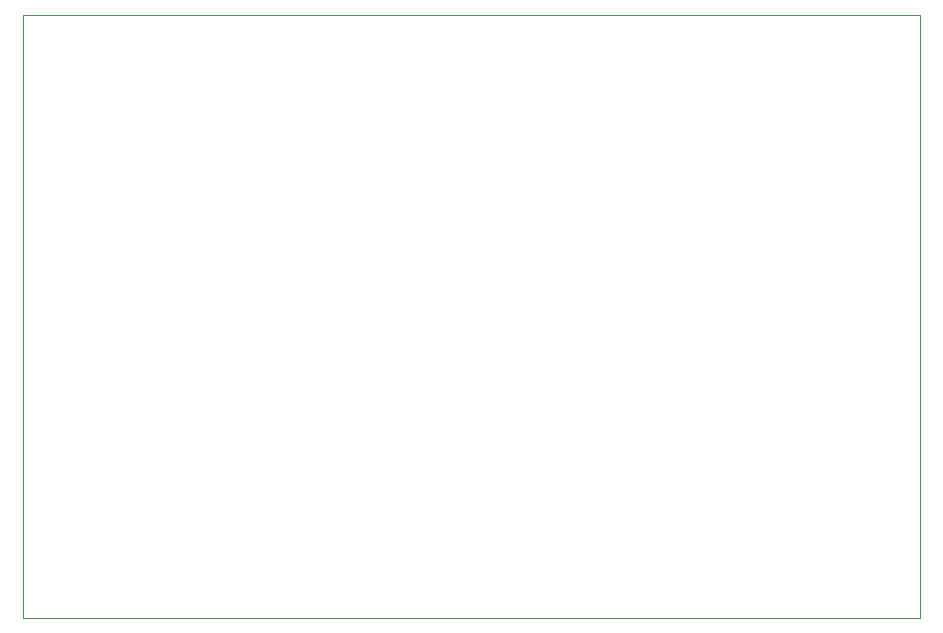
<source format=gm1>
G04 #@! TF.GenerationSoftware,KiCad,Pcbnew,(5.1.5-0)*
G04 #@! TF.CreationDate,2022-06-25T14:07:13-06:00*
G04 #@! TF.ProjectId,DAC_pockel,4441435f-706f-4636-9b65-6c2e6b696361,rev?*
G04 #@! TF.SameCoordinates,Original*
G04 #@! TF.FileFunction,Profile,NP*
%FSLAX46Y46*%
G04 Gerber Fmt 4.6, Leading zero omitted, Abs format (unit mm)*
G04 Created by KiCad (PCBNEW (5.1.5-0)) date 2022-06-25 14:07:13*
%MOMM*%
%LPD*%
G04 APERTURE LIST*
%ADD10C,0.050000*%
G04 APERTURE END LIST*
D10*
X88000000Y-43000000D02*
X88000000Y-94000000D01*
X164000000Y-43000000D02*
X88000000Y-43000000D01*
X164000000Y-94000000D02*
X164000000Y-43000000D01*
X88000000Y-94000000D02*
X164000000Y-94000000D01*
M02*

</source>
